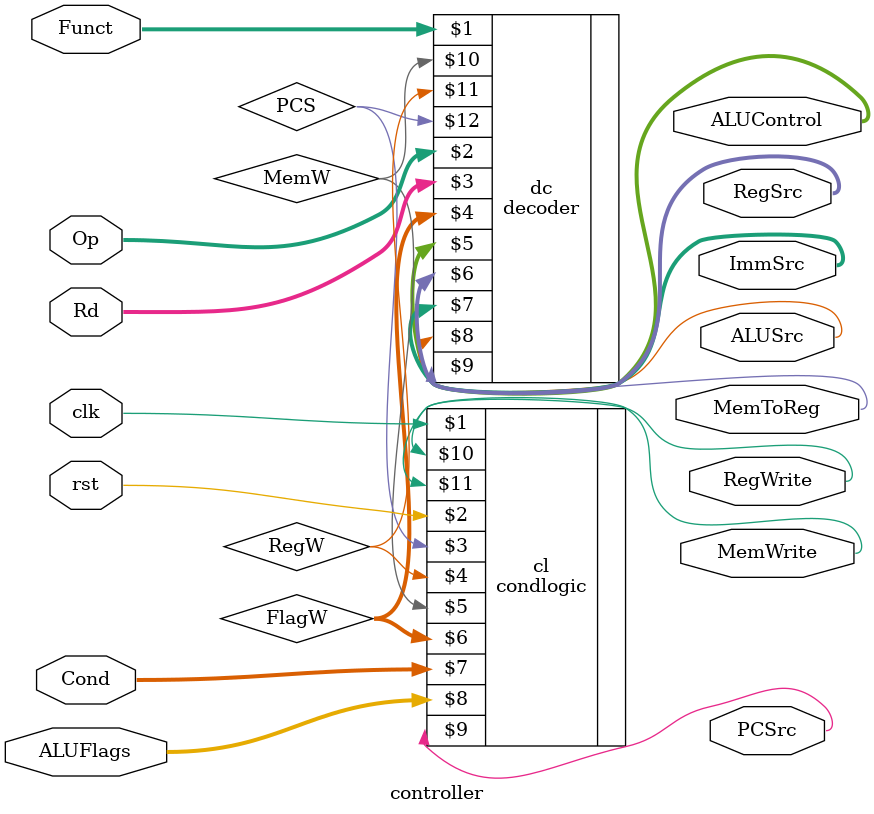
<source format=sv>
module controller(input logic clk, rst,
		  input logic [3:0] Cond, ALUFlags,
		  input logic [1:0] Op,
		  input logic [5:0] Funct,
		  input logic [3:0] Rd,
		  output logic PCSrc, RegWrite, MemWrite, MemToReg, ALUSrc,
		  output logic [1:0] ImmSrc, RegSrc, ALUControl);

   logic PCS, RegW, MemW;
   logic [1:0] FlagW;
   
   decoder dc (Funct, Op, Rd, FlagW, ALUControl, RegSrc, ImmSrc, ALUSrc, MemToReg, MemW, RegW, PCS);
   condlogic cl (clk, rst, PCS, RegW, MemW, FlagW, Cond, ALUFlags, PCSrc, RegWrite, MemWrite);
   
endmodule // controller

</source>
